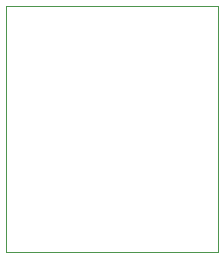
<source format=gm1>
G04 #@! TF.GenerationSoftware,KiCad,Pcbnew,9.0.4*
G04 #@! TF.CreationDate,2025-09-29T17:09:58+02:00*
G04 #@! TF.ProjectId,icm_20948_breakout,69636d5f-3230-4393-9438-5f627265616b,rev?*
G04 #@! TF.SameCoordinates,Original*
G04 #@! TF.FileFunction,Profile,NP*
%FSLAX46Y46*%
G04 Gerber Fmt 4.6, Leading zero omitted, Abs format (unit mm)*
G04 Created by KiCad (PCBNEW 9.0.4) date 2025-09-29 17:09:58*
%MOMM*%
%LPD*%
G01*
G04 APERTURE LIST*
G04 #@! TA.AperFunction,Profile*
%ADD10C,0.050000*%
G04 #@! TD*
G04 APERTURE END LIST*
D10*
X121000000Y-75500000D02*
X139000000Y-75500000D01*
X139000000Y-96300000D01*
X121000000Y-96300000D01*
X121000000Y-75500000D01*
M02*

</source>
